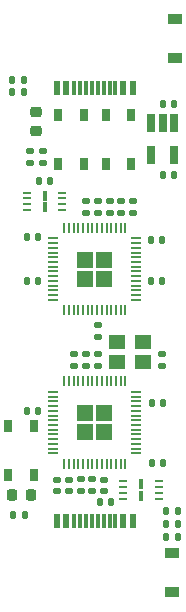
<source format=gtp>
%TF.GenerationSoftware,KiCad,Pcbnew,6.0.11+dfsg-1*%
%TF.CreationDate,2023-04-26T00:49:17+01:00*%
%TF.ProjectId,bico,6269636f-2e6b-4696-9361-645f70636258,rev?*%
%TF.SameCoordinates,Original*%
%TF.FileFunction,Paste,Top*%
%TF.FilePolarity,Positive*%
%FSLAX46Y46*%
G04 Gerber Fmt 4.6, Leading zero omitted, Abs format (unit mm)*
G04 Created by KiCad (PCBNEW 6.0.11+dfsg-1) date 2023-04-26 00:49:17*
%MOMM*%
%LPD*%
G01*
G04 APERTURE LIST*
G04 Aperture macros list*
%AMRoundRect*
0 Rectangle with rounded corners*
0 $1 Rounding radius*
0 $2 $3 $4 $5 $6 $7 $8 $9 X,Y pos of 4 corners*
0 Add a 4 corners polygon primitive as box body*
4,1,4,$2,$3,$4,$5,$6,$7,$8,$9,$2,$3,0*
0 Add four circle primitives for the rounded corners*
1,1,$1+$1,$2,$3*
1,1,$1+$1,$4,$5*
1,1,$1+$1,$6,$7*
1,1,$1+$1,$8,$9*
0 Add four rect primitives between the rounded corners*
20,1,$1+$1,$2,$3,$4,$5,0*
20,1,$1+$1,$4,$5,$6,$7,0*
20,1,$1+$1,$6,$7,$8,$9,0*
20,1,$1+$1,$8,$9,$2,$3,0*%
G04 Aperture macros list end*
%ADD10R,1.200000X0.900000*%
%ADD11R,0.650000X1.560000*%
%ADD12R,0.650000X1.050000*%
%ADD13RoundRect,0.135000X0.135000X0.185000X-0.135000X0.185000X-0.135000X-0.185000X0.135000X-0.185000X0*%
%ADD14RoundRect,0.135000X-0.185000X0.135000X-0.185000X-0.135000X0.185000X-0.135000X0.185000X0.135000X0*%
%ADD15RoundRect,0.135000X-0.135000X-0.185000X0.135000X-0.185000X0.135000X0.185000X-0.135000X0.185000X0*%
%ADD16RoundRect,0.135000X0.185000X-0.135000X0.185000X0.135000X-0.185000X0.135000X-0.185000X-0.135000X0*%
%ADD17RoundRect,0.218750X-0.218750X-0.256250X0.218750X-0.256250X0.218750X0.256250X-0.218750X0.256250X0*%
%ADD18RoundRect,0.218750X0.256250X-0.218750X0.256250X0.218750X-0.256250X0.218750X-0.256250X-0.218750X0*%
%ADD19RoundRect,0.140000X-0.140000X-0.170000X0.140000X-0.170000X0.140000X0.170000X-0.140000X0.170000X0*%
%ADD20RoundRect,0.140000X0.140000X0.170000X-0.140000X0.170000X-0.140000X-0.170000X0.140000X-0.170000X0*%
%ADD21RoundRect,0.140000X0.170000X-0.140000X0.170000X0.140000X-0.170000X0.140000X-0.170000X-0.140000X0*%
%ADD22RoundRect,0.140000X-0.170000X0.140000X-0.170000X-0.140000X0.170000X-0.140000X0.170000X0.140000X0*%
%ADD23O,1.000000X0.200000*%
%ADD24O,0.200000X1.000000*%
%ADD25R,1.400000X1.400000*%
%ADD26R,0.600000X1.150000*%
%ADD27R,0.300000X1.150000*%
%ADD28RoundRect,0.100000X-0.100000X-0.320000X0.100000X-0.320000X0.100000X0.320000X-0.100000X0.320000X0*%
%ADD29RoundRect,0.062500X-0.312500X-0.062500X0.312500X-0.062500X0.312500X0.062500X-0.312500X0.062500X0*%
%ADD30R,1.400000X1.200000*%
%ADD31RoundRect,0.100000X0.100000X0.320000X-0.100000X0.320000X-0.100000X-0.320000X0.100000X-0.320000X0*%
%ADD32RoundRect,0.062500X0.312500X0.062500X-0.312500X0.062500X-0.312500X-0.062500X0.312500X-0.062500X0*%
G04 APERTURE END LIST*
D10*
X156500000Y-121050000D03*
X156500000Y-124350000D03*
D11*
X156700000Y-84650000D03*
X155750000Y-84650000D03*
X154800000Y-84650000D03*
X154800000Y-87350000D03*
X156700000Y-87350000D03*
D10*
X156750000Y-79150000D03*
X156750000Y-75850000D03*
D12*
X142675000Y-110275000D03*
X144825000Y-110275000D03*
X144825000Y-114425000D03*
X142675000Y-114425000D03*
D13*
X144110000Y-117800000D03*
X143090000Y-117800000D03*
D14*
X144500000Y-86990000D03*
X144500000Y-88010000D03*
D15*
X155990000Y-117500000D03*
X157010000Y-117500000D03*
D14*
X149800000Y-114790000D03*
X149800000Y-115810000D03*
X148800000Y-114790000D03*
X148800000Y-115810000D03*
D15*
X155990000Y-118600000D03*
X157010000Y-118600000D03*
X155990000Y-119700000D03*
X157010000Y-119700000D03*
D16*
X145600000Y-88010000D03*
X145600000Y-86990000D03*
X150250000Y-92260000D03*
X150250000Y-91240000D03*
D13*
X144010000Y-82030000D03*
X142990000Y-82030000D03*
D16*
X151250000Y-92260000D03*
X151250000Y-91240000D03*
D13*
X144010000Y-81000000D03*
X142990000Y-81000000D03*
D17*
X143012500Y-116150000D03*
X144587500Y-116150000D03*
D18*
X145000000Y-85287500D03*
X145000000Y-83712500D03*
D19*
X154820000Y-108300000D03*
X155780000Y-108300000D03*
X154820000Y-113400000D03*
X155780000Y-113400000D03*
D20*
X145180000Y-109000000D03*
X144220000Y-109000000D03*
D21*
X149250000Y-105180000D03*
X149250000Y-104220000D03*
D22*
X155700000Y-104220000D03*
X155700000Y-105180000D03*
D21*
X150300000Y-105180000D03*
X150300000Y-104220000D03*
D20*
X151380000Y-116700000D03*
X150420000Y-116700000D03*
D21*
X148200000Y-105180000D03*
X148200000Y-104220000D03*
D22*
X150800000Y-114820000D03*
X150800000Y-115780000D03*
X147800000Y-114820000D03*
X147800000Y-115780000D03*
X146800000Y-114820000D03*
X146800000Y-115780000D03*
D19*
X155770000Y-89000000D03*
X156730000Y-89000000D03*
X155770000Y-83000000D03*
X156730000Y-83000000D03*
D20*
X145230000Y-94250000D03*
X144270000Y-94250000D03*
D19*
X154770000Y-94500000D03*
X155730000Y-94500000D03*
X154770000Y-98000000D03*
X155730000Y-98000000D03*
D20*
X145230000Y-98000000D03*
X144270000Y-98000000D03*
X146243248Y-89550000D03*
X145283248Y-89550000D03*
D22*
X150300000Y-101750000D03*
X150300000Y-102710000D03*
D21*
X149250000Y-92230000D03*
X149250000Y-91270000D03*
X152250000Y-92230000D03*
X152250000Y-91270000D03*
X153250000Y-92230000D03*
X153250000Y-91270000D03*
D23*
X153500000Y-112600000D03*
X153500000Y-112200000D03*
X153500000Y-111800000D03*
X153500000Y-111400000D03*
X153500000Y-111000000D03*
X153500000Y-110600000D03*
X153500000Y-110200000D03*
X153500000Y-109800000D03*
X153500000Y-109400000D03*
X153500000Y-109000000D03*
X153500000Y-108600000D03*
X153500000Y-108200000D03*
X153500000Y-107800000D03*
X153500000Y-107400000D03*
D24*
X152600000Y-106500000D03*
X152200000Y-106500000D03*
X151800000Y-106500000D03*
X151400000Y-106500000D03*
X151000000Y-106500000D03*
X150600000Y-106500000D03*
X150200000Y-106500000D03*
X149800000Y-106500000D03*
X149400000Y-106500000D03*
X149000000Y-106500000D03*
X148600000Y-106500000D03*
X148200000Y-106500000D03*
X147800000Y-106500000D03*
X147400000Y-106500000D03*
D23*
X146500000Y-107400000D03*
X146500000Y-107800000D03*
X146500000Y-108200000D03*
X146500000Y-108600000D03*
X146500000Y-109000000D03*
X146500000Y-109400000D03*
X146500000Y-109800000D03*
X146500000Y-110200000D03*
X146500000Y-110600000D03*
X146500000Y-111000000D03*
X146500000Y-111400000D03*
X146500000Y-111800000D03*
X146500000Y-112200000D03*
X146500000Y-112600000D03*
D24*
X147400000Y-113500000D03*
X147800000Y-113500000D03*
X148200000Y-113500000D03*
X148600000Y-113500000D03*
X149000000Y-113500000D03*
X149400000Y-113500000D03*
X149800000Y-113500000D03*
X150200000Y-113500000D03*
X150600000Y-113500000D03*
X151000000Y-113500000D03*
X151400000Y-113500000D03*
X151800000Y-113500000D03*
X152200000Y-113500000D03*
X152600000Y-113500000D03*
D25*
X150800000Y-110800000D03*
X150800000Y-109200000D03*
X149200000Y-110800000D03*
X149200000Y-109200000D03*
D26*
X153200000Y-81680000D03*
X152400000Y-81680000D03*
D27*
X151250000Y-81680000D03*
X150250000Y-81680000D03*
X149750000Y-81680000D03*
X148750000Y-81680000D03*
D26*
X147600000Y-81680000D03*
X146800000Y-81680000D03*
X146800000Y-81680000D03*
X147600000Y-81680000D03*
D27*
X148250000Y-81680000D03*
X149250000Y-81680000D03*
X150750000Y-81680000D03*
X151750000Y-81680000D03*
D26*
X152400000Y-81680000D03*
X153200000Y-81680000D03*
D12*
X146925000Y-83925000D03*
X149075000Y-83925000D03*
X149075000Y-88075000D03*
X146925000Y-88075000D03*
X150925000Y-83925000D03*
X153075000Y-83925000D03*
X153075000Y-88075000D03*
X150925000Y-88075000D03*
D26*
X146800000Y-118320000D03*
X147600000Y-118320000D03*
D27*
X148750000Y-118320000D03*
X149750000Y-118320000D03*
X150250000Y-118320000D03*
X151250000Y-118320000D03*
D26*
X152400000Y-118320000D03*
X153200000Y-118320000D03*
X153200000Y-118320000D03*
X152400000Y-118320000D03*
D27*
X151750000Y-118320000D03*
X150750000Y-118320000D03*
X149250000Y-118320000D03*
X148250000Y-118320000D03*
D26*
X147600000Y-118320000D03*
X146800000Y-118320000D03*
D23*
X146500000Y-94400000D03*
X146500000Y-94800000D03*
X146500000Y-95200000D03*
X146500000Y-95600000D03*
X146500000Y-96000000D03*
X146500000Y-96400000D03*
X146500000Y-96800000D03*
X146500000Y-97200000D03*
X146500000Y-97600000D03*
X146500000Y-98000000D03*
X146500000Y-98400000D03*
X146500000Y-98800000D03*
X146500000Y-99200000D03*
X146500000Y-99600000D03*
D24*
X147400000Y-100500000D03*
X147800000Y-100500000D03*
X148200000Y-100500000D03*
X148600000Y-100500000D03*
X149000000Y-100500000D03*
X149400000Y-100500000D03*
X149800000Y-100500000D03*
X150200000Y-100500000D03*
X150600000Y-100500000D03*
X151000000Y-100500000D03*
X151400000Y-100500000D03*
X151800000Y-100500000D03*
X152200000Y-100500000D03*
X152600000Y-100500000D03*
D23*
X153500000Y-99600000D03*
X153500000Y-99200000D03*
X153500000Y-98800000D03*
X153500000Y-98400000D03*
X153500000Y-98000000D03*
X153500000Y-97600000D03*
X153500000Y-97200000D03*
X153500000Y-96800000D03*
X153500000Y-96400000D03*
X153500000Y-96000000D03*
X153500000Y-95600000D03*
X153500000Y-95200000D03*
X153500000Y-94800000D03*
X153500000Y-94400000D03*
D24*
X152600000Y-93500000D03*
X152200000Y-93500000D03*
X151800000Y-93500000D03*
X151400000Y-93500000D03*
X151000000Y-93500000D03*
X150600000Y-93500000D03*
X150200000Y-93500000D03*
X149800000Y-93500000D03*
X149400000Y-93500000D03*
X149000000Y-93500000D03*
X148600000Y-93500000D03*
X148200000Y-93500000D03*
X147800000Y-93500000D03*
X147400000Y-93500000D03*
D25*
X149200000Y-96200000D03*
X149200000Y-97800000D03*
X150800000Y-96200000D03*
X150800000Y-97800000D03*
D28*
X145763248Y-91750000D03*
X145763248Y-90790000D03*
D29*
X144263248Y-90520000D03*
X144263248Y-91020000D03*
X144263248Y-91520000D03*
X144263248Y-92020000D03*
X147263248Y-92020000D03*
X147263248Y-91520000D03*
X147263248Y-91020000D03*
X147263248Y-90520000D03*
D30*
X151900000Y-104850000D03*
X154100000Y-104850000D03*
X154100000Y-103150000D03*
X151900000Y-103150000D03*
D31*
X153900000Y-115220000D03*
X153900000Y-116180000D03*
D32*
X155400000Y-116450000D03*
X155400000Y-115950000D03*
X155400000Y-115450000D03*
X155400000Y-114950000D03*
X152400000Y-114950000D03*
X152400000Y-115450000D03*
X152400000Y-115950000D03*
X152400000Y-116450000D03*
M02*

</source>
